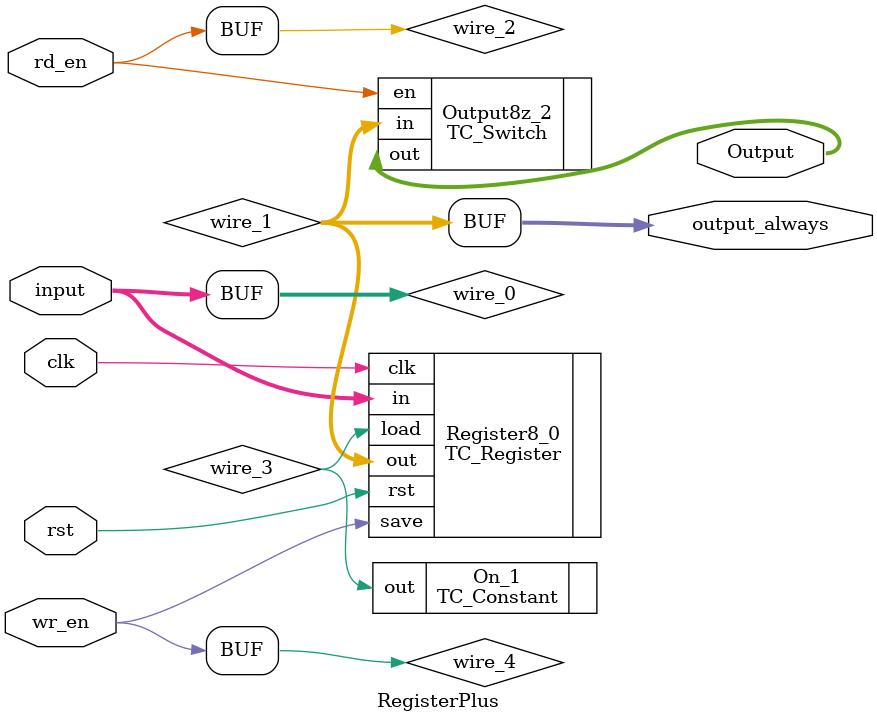
<source format=v>
module RegisterPlus (clk, rst, rd_en, \input , wr_en, output_always, Output);
  parameter UUID = 0;
  parameter NAME = "";
  input wire clk;
  input wire rst;

  input  wire [0:0] rd_en;
  input  wire [7:0] \input ;
  input  wire [0:0] wr_en;
  output  wire [7:0] output_always;
  output  wire [7:0] Output;
  
    wire [7:0] wire_0;
  assign wire_0 = \input ;
  wire [7:0] wire_1;
  assign output_always = wire_1;
  wire [0:0] wire_2;
  assign wire_2 = rd_en;
  wire [0:0] wire_3;
  wire [0:0] wire_4;
  assign wire_4 = wr_en;

  TC_Register # (.UUID(64'd1 ^ UUID), .BIT_WIDTH(64'd8)) Register8_0 (.clk(clk), .rst(rst), .load(wire_3), .save(wire_4), .in(wire_0), .out(wire_1));
  TC_Constant # (.UUID(64'd2 ^ UUID), .BIT_WIDTH(64'd1), .value(1'd1)) On_1 (.out(wire_3));
  TC_Switch # (.UUID(64'd3587491547824661070 ^ UUID), .BIT_WIDTH(64'd8)) Output8z_2 (.en(wire_2), .in(wire_1), .out(Output));



endmodule

</source>
